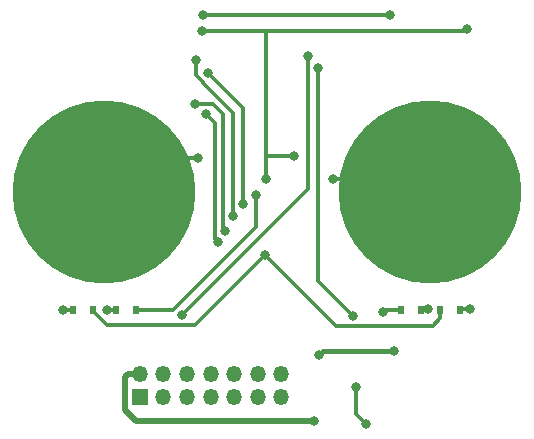
<source format=gbl>
G04 #@! TF.GenerationSoftware,KiCad,Pcbnew,no-vcs-found-d37a337~58~ubuntu16.04.1*
G04 #@! TF.CreationDate,2017-06-27T16:54:46+03:00*
G04 #@! TF.ProjectId,livolo_2_channels_1way_eu_switch,6C69766F6C6F5F325F6368616E6E656C,rev?*
G04 #@! TF.FileFunction,Copper,L2,Bot,Signal*
G04 #@! TF.FilePolarity,Positive*
%FSLAX46Y46*%
G04 Gerber Fmt 4.6, Leading zero omitted, Abs format (unit mm)*
G04 Created by KiCad (PCBNEW no-vcs-found-d37a337~58~ubuntu16.04.1) date Tue Jun 27 16:54:46 2017*
%MOMM*%
%LPD*%
G01*
G04 APERTURE LIST*
%ADD10C,0.100000*%
%ADD11C,15.500000*%
%ADD12R,0.600000X0.800000*%
%ADD13O,1.350000X1.350000*%
%ADD14R,1.350000X1.350000*%
%ADD15C,0.800000*%
%ADD16C,0.300000*%
%ADD17C,0.450000*%
%ADD18C,0.500000*%
G04 APERTURE END LIST*
D10*
D11*
X156250000Y-92150000D03*
X128650000Y-92150000D03*
D12*
X129650000Y-102150000D03*
X131350000Y-102150000D03*
X126000000Y-102150000D03*
X127700000Y-102150000D03*
X158800000Y-102150000D03*
X157100000Y-102150000D03*
X155450000Y-102150000D03*
X153750000Y-102150000D03*
D13*
X143650000Y-107550000D03*
X143650000Y-109550000D03*
X141650000Y-107550000D03*
X141650000Y-109550000D03*
X139650000Y-107550000D03*
X139650000Y-109550000D03*
X137650000Y-107550000D03*
X137650000Y-109550000D03*
X135650000Y-107550000D03*
X135650000Y-109550000D03*
X133650000Y-107550000D03*
X133650000Y-109550000D03*
X131650000Y-107550000D03*
D14*
X131650000Y-109550000D03*
D15*
X159400000Y-78400000D03*
X142300000Y-97500000D03*
X142349934Y-91100000D03*
X144730014Y-89100000D03*
X136900000Y-78500000D03*
X152800002Y-77200000D03*
X150800000Y-111800000D03*
X150000000Y-108669998D03*
X141499924Y-92386127D03*
X152225614Y-102294564D03*
X137000000Y-77200000D03*
X146800000Y-106000000D03*
X153200000Y-105600000D03*
X146400000Y-111599998D03*
X148000000Y-91100000D03*
X136600004Y-89300000D03*
X128900000Y-102200000D03*
X125194336Y-102172950D03*
X159591524Y-102115136D03*
X156099966Y-102100000D03*
X145899994Y-80700000D03*
X135197136Y-102604961D03*
X149700000Y-102649990D03*
X146750004Y-81700000D03*
X138907991Y-95434064D03*
X136349990Y-84700000D03*
X137416181Y-82114084D03*
X140400000Y-93200000D03*
X137243051Y-85611111D03*
X138250001Y-96400000D03*
X136400000Y-81000000D03*
X139549990Y-94172521D03*
D16*
X159300000Y-78500000D02*
X159400000Y-78400000D01*
X142400000Y-78500000D02*
X159300000Y-78500000D01*
X148300000Y-103500000D02*
X142300000Y-97500000D01*
X156450000Y-103500000D02*
X148300000Y-103500000D01*
X157100000Y-102850000D02*
X156450000Y-103500000D01*
X136345038Y-103454962D02*
X142300000Y-97500000D01*
X128904962Y-103454962D02*
X136345038Y-103454962D01*
X157100000Y-102150000D02*
X157100000Y-102850000D01*
X127700000Y-102250000D02*
X128904962Y-103454962D01*
X127700000Y-102150000D02*
X127700000Y-102250000D01*
X136900000Y-78500000D02*
X142400000Y-78500000D01*
X142349934Y-89100000D02*
X142349934Y-78550066D01*
X142349934Y-78550066D02*
X142400000Y-78500000D01*
X142349934Y-91100000D02*
X142349934Y-89100000D01*
X144730014Y-89100000D02*
X142349934Y-89100000D01*
X137000000Y-77200000D02*
X152800002Y-77200000D01*
X150000000Y-108669998D02*
X150000000Y-111000000D01*
X150000000Y-111000000D02*
X150800000Y-111800000D01*
X141499924Y-95100076D02*
X141499924Y-92386127D01*
X134450000Y-102150000D02*
X141499924Y-95100076D01*
X131350000Y-102150000D02*
X134450000Y-102150000D01*
X152370178Y-102150000D02*
X152225614Y-102294564D01*
X153750000Y-102150000D02*
X152370178Y-102150000D01*
D17*
X153200000Y-105600000D02*
X147200000Y-105600000D01*
X147200000Y-105600000D02*
X146800000Y-106000000D01*
D18*
X146400000Y-111599998D02*
X131359996Y-111599998D01*
X130424999Y-107820407D02*
X130424999Y-110665001D01*
X130424999Y-110665001D02*
X131359996Y-111599998D01*
X130695406Y-107550000D02*
X130424999Y-107820407D01*
X131650000Y-107550000D02*
X130695406Y-107550000D01*
D16*
X155200000Y-91100000D02*
X148000000Y-91100000D01*
X156250000Y-92150000D02*
X155200000Y-91100000D01*
X131500000Y-89300000D02*
X136600004Y-89300000D01*
X128650000Y-92150000D02*
X131500000Y-89300000D01*
X128900000Y-102200000D02*
X129600000Y-102200000D01*
X129600000Y-102200000D02*
X129650000Y-102150000D01*
X125194336Y-102172950D02*
X125977050Y-102172950D01*
X125977050Y-102172950D02*
X126000000Y-102150000D01*
X159591524Y-102115136D02*
X158834864Y-102115136D01*
X158834864Y-102115136D02*
X158800000Y-102150000D01*
X156099966Y-102100034D02*
X156099966Y-102100000D01*
X155450000Y-102150000D02*
X156050000Y-102150000D01*
X156050000Y-102150000D02*
X156099966Y-102100034D01*
X135197136Y-102604961D02*
X145899994Y-91902103D01*
X145899994Y-91902103D02*
X145899994Y-80700000D01*
X146750004Y-81700000D02*
X146750004Y-99699994D01*
X146750004Y-99699994D02*
X149700000Y-102649990D01*
X136349990Y-84700000D02*
X137858005Y-84700000D01*
X137858005Y-84700000D02*
X138699988Y-85541983D01*
X138699988Y-85541983D02*
X138699988Y-95199988D01*
X138699988Y-95199988D02*
X138907991Y-95407991D01*
X138907991Y-95407991D02*
X138907991Y-95434064D01*
X140400000Y-93200000D02*
X140400000Y-85097903D01*
X140400000Y-85097903D02*
X137416181Y-82114084D01*
X138250001Y-96400000D02*
X138000000Y-96149999D01*
X138000000Y-96149999D02*
X138000000Y-86368060D01*
X138000000Y-86368060D02*
X137243051Y-85611111D01*
X139549990Y-85458002D02*
X137000000Y-82908012D01*
X139549990Y-94172521D02*
X139549990Y-85458002D01*
X137000000Y-82908012D02*
X137000000Y-82900000D01*
X137000000Y-82900000D02*
X136400000Y-82300000D01*
X136400000Y-82300000D02*
X136400000Y-81000000D01*
M02*

</source>
